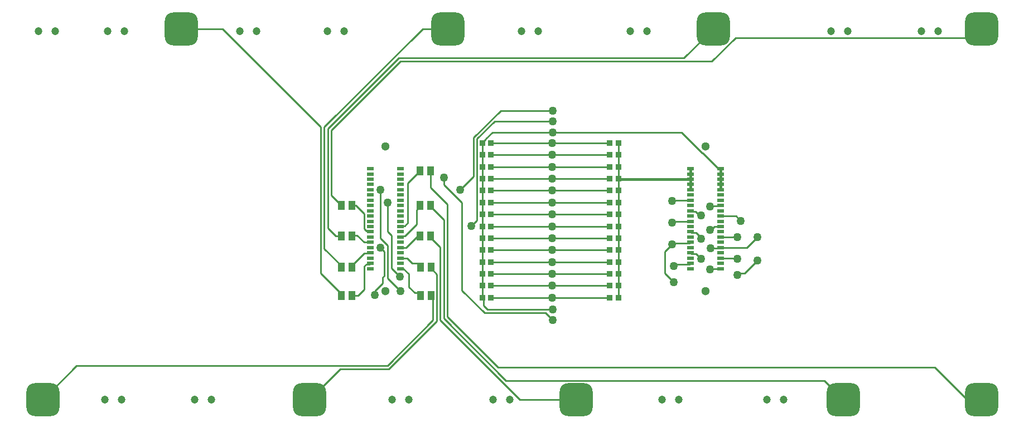
<source format=gbr>
%TF.GenerationSoftware,Altium Limited,Altium Designer,19.1.8 (144)*%
G04 Layer_Physical_Order=1*
G04 Layer_Color=255*
%FSLAX26Y26*%
%MOIN*%
%TF.FileFunction,Copper,L1,Top,Signal*%
%TF.Part,Single*%
G01*
G75*
%TA.AperFunction,SMDPad,CuDef*%
G04:AMPARAMS|DCode=10|XSize=196.85mil|YSize=196.85mil|CornerRadius=49.213mil|HoleSize=0mil|Usage=FLASHONLY|Rotation=0.000|XOffset=0mil|YOffset=0mil|HoleType=Round|Shape=RoundedRectangle|*
%AMROUNDEDRECTD10*
21,1,0.196850,0.098425,0,0,0.0*
21,1,0.098425,0.196850,0,0,0.0*
1,1,0.098425,0.049213,-0.049213*
1,1,0.098425,-0.049213,-0.049213*
1,1,0.098425,-0.049213,0.049213*
1,1,0.098425,0.049213,0.049213*
%
%ADD10ROUNDEDRECTD10*%
%ADD11R,0.039370X0.057087*%
%ADD12R,0.033465X0.037402*%
%ADD13R,0.043307X0.019685*%
%TA.AperFunction,Conductor*%
%ADD14C,0.010000*%
%ADD15C,0.015748*%
%TA.AperFunction,ComponentPad*%
%ADD16C,0.047244*%
%ADD17C,0.051181*%
%TA.AperFunction,ViaPad*%
%ADD18C,0.050000*%
D10*
X1125788Y2417204D02*
D03*
X5909252Y196732D02*
D03*
X5082480D02*
D03*
X3487992D02*
D03*
X1893504D02*
D03*
X299016D02*
D03*
X5909252Y2417204D02*
D03*
X2720276D02*
D03*
X4305000D02*
D03*
D11*
X2617480Y1565000D02*
D03*
X2552519D02*
D03*
X2147479Y1360001D02*
D03*
X2082519D02*
D03*
X2552520Y1175000D02*
D03*
X2617480D02*
D03*
X2555000Y990000D02*
D03*
X2619960D02*
D03*
X2555040Y820000D02*
D03*
X2620000D02*
D03*
X2082519D02*
D03*
X2147481D02*
D03*
X2082519Y990000D02*
D03*
X2147481D02*
D03*
X2082519Y1175000D02*
D03*
X2147479D02*
D03*
X2617480Y1360001D02*
D03*
X2552520D02*
D03*
D12*
X2977364Y1233889D02*
D03*
X2926182D02*
D03*
X2977362Y1376485D02*
D03*
X2926182D02*
D03*
X2977362Y806102D02*
D03*
X2926182D02*
D03*
X2977362Y1519081D02*
D03*
X2926182D02*
D03*
X2977362Y1162591D02*
D03*
X2926180D02*
D03*
X2977362Y1661676D02*
D03*
X2926182D02*
D03*
X2977362Y948701D02*
D03*
X2926182D02*
D03*
X2977364Y877402D02*
D03*
X2926182D02*
D03*
X2977362Y1305187D02*
D03*
X2926180D02*
D03*
X2977362Y1590378D02*
D03*
X2926180D02*
D03*
X2977364Y1447783D02*
D03*
X2926182D02*
D03*
X2977362Y1732974D02*
D03*
X2926182D02*
D03*
X2977364Y1091294D02*
D03*
X2926182D02*
D03*
X2977362Y1019996D02*
D03*
X2926182D02*
D03*
X3687993Y1732974D02*
D03*
X3739175D02*
D03*
X3687993Y1590378D02*
D03*
X3739175D02*
D03*
X3687993Y877402D02*
D03*
X3739173D02*
D03*
X3687991Y948701D02*
D03*
X3739173D02*
D03*
X3687993Y1519081D02*
D03*
X3739173D02*
D03*
X3687993Y806102D02*
D03*
X3739173D02*
D03*
X3687993Y1305187D02*
D03*
X3739173D02*
D03*
X3687993Y1019996D02*
D03*
X3739175D02*
D03*
X3687993Y1447783D02*
D03*
X3739175D02*
D03*
X3687993Y1233889D02*
D03*
X3739175D02*
D03*
X3687993Y1091294D02*
D03*
X3739175D02*
D03*
X3687993Y1376485D02*
D03*
X3739173D02*
D03*
X3687993Y1162591D02*
D03*
X3739173D02*
D03*
X3687991Y1661676D02*
D03*
X3739173D02*
D03*
D13*
X2257848Y1578740D02*
D03*
X2435854D02*
D03*
X2257848Y1547244D02*
D03*
X2435854D02*
D03*
X2257848Y1515748D02*
D03*
X2435854D02*
D03*
X2257848Y1484252D02*
D03*
X2435854D02*
D03*
X2257848Y1452756D02*
D03*
X2435854D02*
D03*
X2257848Y1421260D02*
D03*
X2435854D02*
D03*
X2257848Y1389764D02*
D03*
X2435854D02*
D03*
X2257848Y1358268D02*
D03*
X2435854D02*
D03*
X2257848Y1326772D02*
D03*
X2435854D02*
D03*
X2257848Y1295276D02*
D03*
X2435854D02*
D03*
X2257848Y1263780D02*
D03*
X2435854D02*
D03*
X2257848Y1232284D02*
D03*
X2435854D02*
D03*
X2257848Y1200788D02*
D03*
X2435854D02*
D03*
X2257848Y1169292D02*
D03*
X2435854D02*
D03*
X2257848Y1137796D02*
D03*
X2435854D02*
D03*
X2257848Y1106300D02*
D03*
X2435854D02*
D03*
X2257848Y1074804D02*
D03*
X2435854D02*
D03*
X2257848Y1043308D02*
D03*
X2435854D02*
D03*
X2257848Y1011812D02*
D03*
X2435854D02*
D03*
X2257848Y980314D02*
D03*
X2435854D02*
D03*
X4171234Y1578740D02*
D03*
X4349240D02*
D03*
X4171234Y1547244D02*
D03*
X4349240D02*
D03*
X4171234Y1515748D02*
D03*
X4349240D02*
D03*
X4171234Y1484252D02*
D03*
X4349240D02*
D03*
X4171234Y1452756D02*
D03*
X4349240D02*
D03*
X4171234Y1421260D02*
D03*
X4349240D02*
D03*
X4171234Y1389764D02*
D03*
X4349240D02*
D03*
X4171234Y1358268D02*
D03*
X4349240D02*
D03*
X4171234Y1326772D02*
D03*
X4349240D02*
D03*
X4171234Y1295276D02*
D03*
X4349240D02*
D03*
X4171234Y1263780D02*
D03*
X4349240D02*
D03*
X4171234Y1232284D02*
D03*
X4349240D02*
D03*
X4171234Y1200788D02*
D03*
X4349240D02*
D03*
X4171234Y1169292D02*
D03*
X4349240D02*
D03*
X4171234Y1137796D02*
D03*
X4349240D02*
D03*
X4171234Y1106300D02*
D03*
X4349240D02*
D03*
X4171234Y1074804D02*
D03*
X4349240D02*
D03*
X4171234Y1043308D02*
D03*
X4349240D02*
D03*
X4171234Y1011812D02*
D03*
X4349240D02*
D03*
X4171234Y980314D02*
D03*
X4349240D02*
D03*
D14*
X4060039Y1255906D02*
X4067914Y1263780D01*
X4171234D01*
X4442913Y1295276D02*
X4471457Y1266732D01*
X4349240Y1295276D02*
X4442913D01*
X2620000Y820000D02*
X2630905Y809095D01*
Y671260D02*
Y809095D01*
X2358583Y398937D02*
X2630905Y671260D01*
X2654685Y666755D02*
Y946417D01*
X2674685Y670787D02*
X3148740Y196732D01*
X2674685Y670787D02*
Y1108937D01*
X2695866Y682087D02*
Y1272757D01*
Y682087D02*
X3067796Y310157D01*
X2717520Y692913D02*
X3020669Y389764D01*
X2717520Y692913D02*
Y1364173D01*
X2366867Y378937D02*
X2654685Y666755D01*
X2617480Y1464213D02*
X2717520Y1364173D01*
X2617480Y1351142D02*
X2695866Y1272757D01*
X3148740Y196732D02*
X3487992D01*
X2617480Y1166142D02*
X2674685Y1108937D01*
X2619960Y981142D02*
X2654685Y946417D01*
X2075709Y378937D02*
X2366867D01*
X501221Y398937D02*
X2358583D01*
X2955707Y736222D02*
X3345481D01*
X2934055Y757874D02*
X2955707Y736222D01*
X2934055Y757874D02*
Y796261D01*
X2938251Y714567D02*
X3302176D01*
X2804134Y848684D02*
X2938251Y714567D01*
X2804134Y848684D02*
Y1375000D01*
X3302176Y714567D02*
X3345481Y671262D01*
X299016Y196732D02*
X501221Y398937D01*
X1893504Y196732D02*
X2075709Y378937D01*
X2695866Y1483268D02*
X2804134Y1375000D01*
X2695866Y1483268D02*
Y1526575D01*
X2874448Y1531928D02*
Y1766170D01*
X2793307Y1450787D02*
X2874448Y1531928D01*
X2617480Y1464213D02*
Y1565000D01*
X4298173Y2221142D02*
X4439983Y2362952D01*
X2437677Y2221142D02*
X4298173D01*
X2024606Y1808071D02*
X2437677Y2221142D01*
X4128938Y2241142D02*
X4305000Y2417204D01*
X2425197Y2241142D02*
X4128938D01*
X2002953Y1818898D02*
X2425197Y2241142D01*
X1959646Y951732D02*
Y1829724D01*
X1372166Y2417204D02*
X1959646Y1829724D01*
X1125788Y2417204D02*
X1372166D01*
X1959646Y951732D02*
X2082519Y828858D01*
X1981299Y1100079D02*
X2082519Y998858D01*
X1981299Y1100079D02*
Y1829724D01*
X2002953Y1223425D02*
Y1818898D01*
Y1223425D02*
X2051378Y1175000D01*
X2024606Y1417914D02*
X2082519Y1360001D01*
X2024606Y1417914D02*
Y1808071D01*
X1981299Y1829724D02*
X2568779Y2417204D01*
X2720276D01*
X3020669Y389764D02*
X5629921D01*
X3067796Y310157D02*
X4969055D01*
X2619960Y981142D02*
Y990000D01*
X3035443Y1927165D02*
X3345472D01*
X2874448Y1766170D02*
X3035443Y1927165D01*
X2998767Y1862205D02*
X3345472D01*
X2894448Y1757886D02*
X2998767Y1862205D01*
X2894448Y1270432D02*
Y1757886D01*
X2858268Y1234252D02*
X2894448Y1270432D01*
X2984986Y1797244D02*
X3345472D01*
X4115123D01*
X2945630Y1757888D02*
X2984986Y1797244D01*
X4115123D02*
X4240360Y1672007D01*
X4504922Y1105315D02*
X4568898Y1169291D01*
X4350225Y1105315D02*
X4504922D01*
X4289835Y1101895D02*
X4344835D01*
X4349240Y1106300D01*
X4449803Y941929D02*
X4460630Y952756D01*
X4493110D01*
X4568898Y1028543D01*
X4349240Y1106300D02*
X4350225Y1105315D01*
X4240360Y1672007D02*
X4244162D01*
X4337429Y1578740D01*
X4349240D01*
X2926182Y1734942D02*
X2945630Y1754390D01*
X2926182Y1732974D02*
Y1734942D01*
X2945630Y1754390D02*
Y1757888D01*
X2926182Y804134D02*
X2934055Y796261D01*
X2926182Y804134D02*
Y806102D01*
X2316929Y1160899D02*
X2358583Y1119246D01*
Y921938D02*
Y1119246D01*
Y921938D02*
X2436030Y844490D01*
X2316929Y1104331D02*
X2338583Y1082677D01*
Y934728D02*
Y1082677D01*
X2331339Y927484D02*
X2338583Y934728D01*
X2360236Y1201772D02*
X2381890Y1180118D01*
Y981569D02*
Y1180118D01*
Y981569D02*
X2432356Y931102D01*
X2433262D01*
X2486850Y869449D02*
Y947671D01*
X2454207Y980314D02*
X2486850Y947671D01*
Y869449D02*
X2521614Y834685D01*
X2435854Y980314D02*
X2454207D01*
X2284449Y844521D02*
X2331339Y891412D01*
X2284449Y822835D02*
Y844521D01*
X2331339Y891412D02*
Y927484D01*
X2360236Y1201772D02*
Y1375000D01*
X2316929Y1160899D02*
Y1450787D01*
X4016732Y952756D02*
Y1082677D01*
X4060039Y1125984D01*
X4016732Y952756D02*
X4070866Y898622D01*
X5629921Y389764D02*
X5822953Y196732D01*
X5909252D01*
X2617480Y1351142D02*
Y1360001D01*
X4969055Y310157D02*
X5082480Y196732D01*
X2617480Y1166142D02*
Y1175000D01*
X4439983Y2362952D02*
X5855000D01*
X5909252Y2417204D01*
X2051378Y1175000D02*
X2082519D01*
Y990000D02*
Y998858D01*
Y820000D02*
Y828858D01*
X3739173Y1519081D02*
X3742505Y1515748D01*
X2926182Y1661676D02*
Y1732974D01*
X2926180Y1590378D02*
X2926182Y1590380D01*
Y1661676D01*
X2926180Y1519082D02*
X2926182Y1519081D01*
X2926180Y1519082D02*
Y1590378D01*
X2926182Y1447783D02*
Y1519081D01*
Y1376485D02*
Y1447783D01*
X2926180Y1305187D02*
X2926182Y1305189D01*
Y1376485D01*
X2926180Y1233891D02*
X2926182Y1233889D01*
X2926180Y1233891D02*
Y1305187D01*
Y1162591D02*
X2926182Y1162593D01*
Y1233889D01*
Y1091294D02*
Y1162590D01*
X2926180Y1162591D02*
X2926182Y1162590D01*
Y1019996D02*
Y1091294D01*
Y948701D02*
Y1019996D01*
Y877402D02*
Y948701D01*
Y806102D02*
Y877402D01*
X3739173Y806102D02*
Y877402D01*
Y948701D01*
X3739175Y948703D01*
Y1019996D01*
Y1091294D01*
X3739173Y1091296D02*
X3739175Y1091294D01*
X3739173Y1091296D02*
Y1162591D01*
X3739175Y1162593D01*
Y1233889D01*
X3739173Y1233891D02*
X3739175Y1233889D01*
X3739173Y1233891D02*
Y1305187D01*
Y1376485D01*
X3739175Y1376487D01*
Y1447783D01*
X3739173Y1447785D02*
X3739175Y1447783D01*
X3739173Y1447785D02*
Y1519081D01*
X3739175Y1590378D02*
Y1661674D01*
X3739173Y1661676D02*
X3739175Y1661674D01*
X3739173Y1519081D02*
X3739175Y1519082D01*
Y1590378D01*
X3739173Y1661676D02*
X3739175Y1661678D01*
Y1732974D01*
X4070877Y996066D02*
X4081701Y1006890D01*
X4166312D01*
X4171234Y1011812D01*
X2533465Y1245689D02*
Y1332087D01*
X2461910Y1174134D02*
X2533465Y1245689D01*
X2440697Y1174134D02*
X2461910D01*
X2533465Y1332087D02*
X2552520Y1351142D01*
X2147479Y1166142D02*
X2161456Y1180118D01*
X2176181D02*
X2218503Y1137796D01*
X2161456Y1180118D02*
X2176181D01*
X2219488Y1217935D02*
Y1310039D01*
X2169527Y1360001D02*
X2219488Y1310039D01*
X2147479Y1360001D02*
X2169527D01*
X2219488Y1217935D02*
X2231792Y1205630D01*
X2218503Y1137796D02*
X2257848D01*
X2220209Y1072571D02*
X2255615D01*
X2147481Y999844D02*
X2220209Y1072571D01*
X2147481Y990000D02*
Y999844D01*
X2219488Y855315D02*
Y994663D01*
X2184173Y820000D02*
X2219488Y855315D01*
X2147481Y820000D02*
X2184173D01*
X2219488Y994663D02*
X2231794Y1006970D01*
X2479331Y1491812D02*
X2552519Y1565000D01*
X2479331Y1254547D02*
Y1491812D01*
X2461910Y1237127D02*
X2479331Y1254547D01*
X2539173Y1175000D02*
X2552520D01*
X2470473Y1106300D02*
X2539173Y1175000D01*
X2435854Y1106300D02*
X2470473D01*
X2475393Y1043308D02*
X2505157Y1013543D01*
X2435854Y1043308D02*
X2475393D01*
X2505157Y1013543D02*
X2540315D01*
X2521614Y834685D02*
X2540355D01*
X2555040Y820000D01*
X2540315Y1013543D02*
X2555000Y998858D01*
Y990000D02*
Y998858D01*
X2435854Y1169292D02*
X2440697Y1174134D01*
X2552520Y1351142D02*
Y1360001D01*
X2435854Y1232284D02*
X2440697Y1237127D01*
X2461910D01*
X2253006Y1205630D02*
X2257848Y1200788D01*
X2231792Y1205630D02*
X2253006D01*
X2147479Y1166142D02*
Y1175000D01*
X2255615Y1072571D02*
X2257848Y1074804D01*
X2253006Y1006970D02*
X2257848Y1011812D01*
X2231794Y1006970D02*
X2253006D01*
X4447834Y1041339D02*
X4448819Y1040355D01*
X4351209Y1041339D02*
X4447834D01*
X4349240Y1043308D02*
X4351209Y1041339D01*
X4349240Y1169292D02*
X4449803D01*
X4067009Y1132954D02*
X4166391D01*
X4060039Y1125984D02*
X4067009Y1132954D01*
X4202676Y1069961D02*
X4233268Y1039370D01*
X4060039Y1385827D02*
X4062008Y1387795D01*
X3343503Y1019996D02*
X3687993D01*
X2977362D02*
X3343503D01*
Y1091294D02*
X3687993D01*
X2977364D02*
X3343503D01*
Y1376485D02*
X3687993D01*
X2977362D02*
X3343503D01*
Y877402D02*
X3687993D01*
X2977364D02*
X3343503D01*
Y806102D02*
X3687993D01*
X2977362D02*
X3343503D01*
Y1233889D02*
X3687993D01*
X2977364D02*
X3343503D01*
Y1305187D02*
X3687993D01*
X2977362D02*
X3343503D01*
Y1447783D02*
X3687993D01*
X2977364D02*
X3343503D01*
Y1732974D02*
X3687993D01*
X2977362D02*
X3343503D01*
Y1661676D02*
X3687991D01*
X2977362D02*
X3343503D01*
Y1590378D02*
X3687993D01*
X2977362D02*
X3343503D01*
Y1519081D02*
X3687993D01*
X2977362D02*
X3343503D01*
Y1162591D02*
X3687993D01*
X2977362D02*
X3343503D01*
X2977362Y948701D02*
X3343503D01*
X3687991D01*
X4287413Y974412D02*
X4290364Y977363D01*
X4346289D01*
X4349240Y980314D01*
X4203353Y1195946D02*
X4233268Y1166031D01*
Y1158465D02*
Y1166031D01*
X4176077Y1195946D02*
X4203353D01*
X4176077Y1069961D02*
X4202676D01*
X4171234Y1074804D02*
X4176077Y1069961D01*
X4287402Y1353347D02*
X4289862Y1355807D01*
X4346779D01*
X4349240Y1358268D01*
X4166391Y1132954D02*
X4171234Y1137796D01*
X4349240Y1169292D02*
X4349240Y1169292D01*
X4171234Y1200788D02*
X4176077Y1195946D01*
X4292904Y1212602D02*
X4312586Y1232284D01*
X4287413Y1212602D02*
X4292904D01*
X4312586Y1232284D02*
X4349240D01*
X4062008Y1387795D02*
X4169265D01*
X4222455Y1299216D02*
X4233279D01*
X4199741Y1321929D02*
X4222455Y1299216D01*
X4176077Y1321929D02*
X4199741D01*
X4171234Y1326772D02*
X4176077Y1321929D01*
X4169265Y1387795D02*
X4171234Y1389764D01*
D15*
X4349240Y1547244D02*
Y1578740D01*
Y1515748D02*
Y1547244D01*
Y1484252D02*
Y1515748D01*
Y1452756D02*
Y1484252D01*
X3742505Y1515748D02*
X4171234D01*
Y1484252D02*
Y1515748D01*
Y1547244D01*
Y1578740D01*
Y1452756D02*
Y1484252D01*
D16*
X4725000Y196850D02*
D03*
X4625000D02*
D03*
X4100000D02*
D03*
X4000000D02*
D03*
X2990000D02*
D03*
X3090000D02*
D03*
X2485000D02*
D03*
X2385000D02*
D03*
X1305000D02*
D03*
X1205000D02*
D03*
X372047Y2401574D02*
D03*
X272047D02*
D03*
X785433D02*
D03*
X685433D02*
D03*
X1575000D02*
D03*
X1475000D02*
D03*
X2100000D02*
D03*
X2000000D02*
D03*
X3260000D02*
D03*
X3160000D02*
D03*
X3910000D02*
D03*
X3810000D02*
D03*
X5110000D02*
D03*
X5010000D02*
D03*
X5650000D02*
D03*
X5550000D02*
D03*
X770000Y196850D02*
D03*
X670000D02*
D03*
D17*
X2346850Y846456D02*
D03*
Y1712598D02*
D03*
X4260236Y846456D02*
D03*
Y1712598D02*
D03*
D18*
X4471457Y1266732D02*
D03*
X2793307Y1450787D02*
D03*
X2695866Y1526575D02*
D03*
X3345481Y671262D02*
D03*
X3345472Y1927165D02*
D03*
Y1862205D02*
D03*
X2858268Y1234252D02*
D03*
X3345472Y1797244D02*
D03*
X4568898Y1169291D02*
D03*
X4289835Y1101895D02*
D03*
X4449803Y941929D02*
D03*
X4568898Y1028543D02*
D03*
X3345481Y736222D02*
D03*
X2433262Y931102D02*
D03*
X2436030Y844490D02*
D03*
X2284449Y822835D02*
D03*
X2360236Y1375000D02*
D03*
X2316929Y1450787D02*
D03*
Y1104331D02*
D03*
X4070866Y898622D02*
D03*
X4070877Y996066D02*
D03*
X4448819Y1040355D02*
D03*
X4449803Y1169292D02*
D03*
X4060039Y1125984D02*
D03*
X4233268Y1039370D02*
D03*
X4060039Y1255906D02*
D03*
Y1385827D02*
D03*
X3343503Y806102D02*
D03*
X4287413Y974412D02*
D03*
X4233268Y1158465D02*
D03*
X4287413Y1212602D02*
D03*
X4233279Y1299216D02*
D03*
X4287402Y1353347D02*
D03*
X3343503Y877402D02*
D03*
Y948701D02*
D03*
Y1019996D02*
D03*
Y1091294D02*
D03*
Y1162591D02*
D03*
Y1233889D02*
D03*
Y1305187D02*
D03*
Y1376485D02*
D03*
Y1447783D02*
D03*
Y1519081D02*
D03*
Y1590378D02*
D03*
Y1661676D02*
D03*
Y1732974D02*
D03*
%TF.MD5,e3b6e2ce7c46dfa488737f94f57d3fcd*%
M02*

</source>
